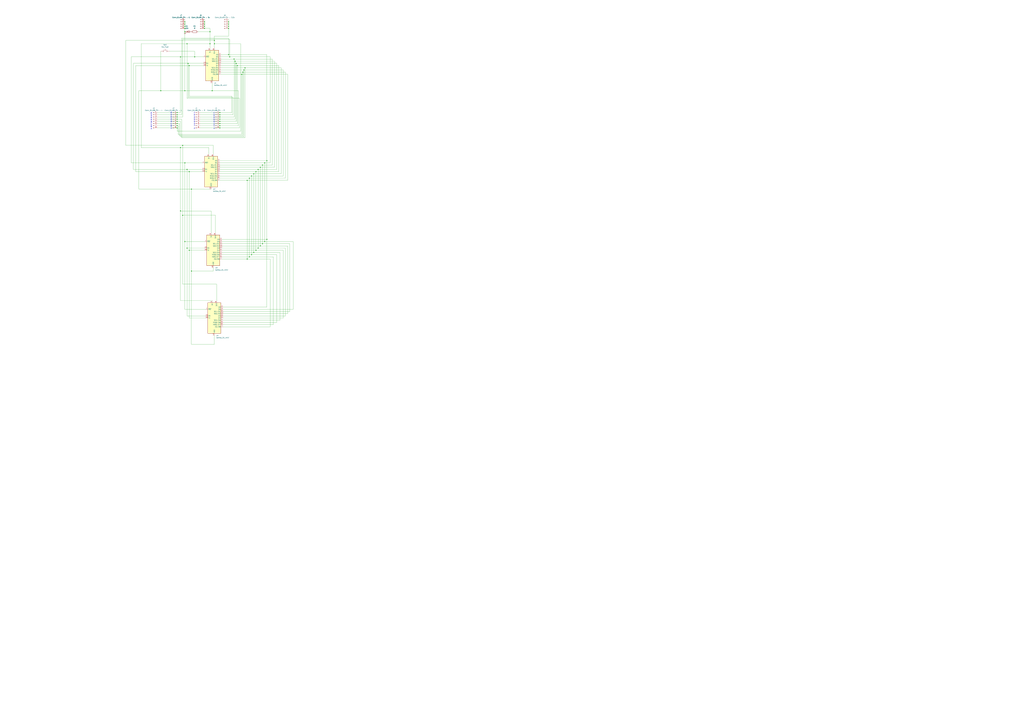
<source format=kicad_sch>
(kicad_sch (version 20231120) (generator "eeschema") (generator_version "8.0")
  (paper "A0")
  (lib_symbols
    (symbol "Connector:Conn_01x05_Pin" (pin_names (offset 1.016) hide)
      (property "Reference" "J" (at 0 7.62 0))
      (property "Value" "Conn_01x05_Pin" (at 0 -7.62 0))
      (symbol "Conn_01x05_Pin_1_1"
        (polyline (pts (xy 1.27 -5.08) (xy 0.8636 -5.08)) (stroke (width 0.1524)))
        (polyline (pts (xy 1.27 -2.54) (xy 0.8636 -2.54)) (stroke (width 0.1524)))
        (polyline (pts (xy 1.27 0) (xy 0.8636 0)) (stroke (width 0.1524)))
        (polyline (pts (xy 1.27 2.54) (xy 0.8636 2.54)) (stroke (width 0.1524)))
        (polyline (pts (xy 1.27 5.08) (xy 0.8636 5.08)) (stroke (width 0.1524)))
        (rectangle (start 0.8636 -4.953) (end 0 -5.207) (stroke (width 0.1524)) (fill (type outline)))
        (rectangle (start 0.8636 -2.413) (end 0 -2.667) (stroke (width 0.1524)) (fill (type outline)))
        (rectangle (start 0.8636 0.127) (end 0 -0.127) (stroke (width 0.1524)) (fill (type outline)))
        (rectangle (start 0.8636 2.667) (end 0 2.413) (stroke (width 0.1524)) (fill (type outline)))
        (rectangle (start 0.8636 5.207) (end 0 4.953) (stroke (width 0.1524)) (fill (type outline)))
        (pin passive line (at 5.08 5.08 180) (length 3.81) (name "Pin_1") (number "1"))
        (pin passive line (at 5.08 2.54 180) (length 3.81) (name "Pin_2") (number "2"))
        (pin passive line (at 5.08 0 180) (length 3.81) (name "Pin_3") (number "3"))
        (pin passive line (at 5.08 -2.54 180) (length 3.81) (name "Pin_4") (number "4"))
        (pin passive line (at 5.08 -5.08 180) (length 3.81) (name "Pin_5") (number "5"))
      )
    )
    (symbol "Connector:Conn_01x08_Pin" (pin_names (offset 1.016) hide)
      (property "Reference" "J" (at 0 10.16 0))
      (property "Value" "Conn_01x08_Pin" (at 0 -12.7 0))
      (symbol "Conn_01x08_Pin_1_1"
        (polyline (pts (xy 1.27 -10.16) (xy 0.8636 -10.16)) (stroke (width 0.1524)))
        (polyline (pts (xy 1.27 -7.62) (xy 0.8636 -7.62)) (stroke (width 0.1524)))
        (polyline (pts (xy 1.27 -5.08) (xy 0.8636 -5.08)) (stroke (width 0.1524)))
        (polyline (pts (xy 1.27 -2.54) (xy 0.8636 -2.54)) (stroke (width 0.1524)))
        (polyline (pts (xy 1.27 0) (xy 0.8636 0)) (stroke (width 0.1524)))
        (polyline (pts (xy 1.27 2.54) (xy 0.8636 2.54)) (stroke (width 0.1524)))
        (polyline (pts (xy 1.27 5.08) (xy 0.8636 5.08)) (stroke (width 0.1524)))
        (polyline (pts (xy 1.27 7.62) (xy 0.8636 7.62)) (stroke (width 0.1524)))
        (rectangle (start 0.8636 -10.033) (end 0 -10.287) (stroke (width 0.1524)) (fill (type outline)))
        (rectangle (start 0.8636 -7.493) (end 0 -7.747) (stroke (width 0.1524)) (fill (type outline)))
        (rectangle (start 0.8636 -4.953) (end 0 -5.207) (stroke (width 0.1524)) (fill (type outline)))
        (rectangle (start 0.8636 -2.413) (end 0 -2.667) (stroke (width 0.1524)) (fill (type outline)))
        (rectangle (start 0.8636 0.127) (end 0 -0.127) (stroke (width 0.1524)) (fill (type outline)))
        (rectangle (start 0.8636 2.667) (end 0 2.413) (stroke (width 0.1524)) (fill (type outline)))
        (rectangle (start 0.8636 5.207) (end 0 4.953) (stroke (width 0.1524)) (fill (type outline)))
        (rectangle (start 0.8636 7.747) (end 0 7.493) (stroke (width 0.1524)) (fill (type outline)))
        (pin passive line (at 5.08 7.62 180) (length 3.81) (name "Pin_1") (number "1"))
        (pin passive line (at 5.08 5.08 180) (length 3.81) (name "Pin_2") (number "2"))
        (pin passive line (at 5.08 2.54 180) (length 3.81) (name "Pin_3") (number "3"))
        (pin passive line (at 5.08 0 180) (length 3.81) (name "Pin_4") (number "4"))
        (pin passive line (at 5.08 -2.54 180) (length 3.81) (name "Pin_5") (number "5"))
        (pin passive line (at 5.08 -5.08 180) (length 3.81) (name "Pin_6") (number "6"))
        (pin passive line (at 5.08 -7.62 180) (length 3.81) (name "Pin_7") (number "7"))
        (pin passive line (at 5.08 -10.16 180) (length 3.81) (name "Pin_8") (number "8"))
      )
    )
    (symbol "Device:LED" (pin_numbers hide) (pin_names (offset 1.016) hide)
      (property "Reference" "D" (at 0 2.54 0))
      (property "Value" "LED" (at 0 -2.54 0))
      (symbol "LED_0_1"
        (polyline (pts (xy -1.27 -1.27) (xy -1.27 1.27)) (stroke (width 0.254)))
        (polyline (pts (xy -1.27 0) (xy 1.27 0)))
        (polyline (pts (xy 1.27 -1.27) (xy 1.27 1.27) (xy -1.27 0) (xy 1.27 -1.27)) (stroke (width 0.254)))
        (polyline (pts (xy -3.048 -0.762) (xy -4.572 -2.286) (xy -3.81 -2.286) (xy -4.572 -2.286) (xy -4.572 -1.524)))
        (polyline (pts (xy -1.778 -0.762) (xy -3.302 -2.286) (xy -2.54 -2.286) (xy -3.302 -2.286) (xy -3.302 -1.524)))
      )
      (symbol "LED_1_1"
        (pin passive line (at -3.81 0 0) (length 2.54) (name "K") (number "1"))
        (pin passive line (at 3.81 0 180) (length 2.54) (name "A") (number "2"))
      )
    )
    (symbol "Device:R" (pin_numbers hide) (pin_names (offset 0))
      (property "Reference" "R" (at 2.032 0 90))
      (property "Value" "R" (at 0 0 90))
      (symbol "R_0_1"
        (rectangle (start -1.016 -2.54) (end 1.016 2.54) (stroke (width 0.254)))
      )
      (symbol "R_1_1"
        (pin passive line (at 0 3.81 270) (length 1.27) (name "~") (number "1"))
        (pin passive line (at 0 -3.81 90) (length 1.27) (name "~") (number "2"))
      )
    )
    (symbol "MCU_Module:WeMos_D1_mini"
      (property "Reference" "U" (at 3.81 19.05 0))
      (property "Value" "WeMos_D1_mini" (at 1.27 -19.05 0))
      (symbol "WeMos_D1_mini_1_1"
        (rectangle (start -7.62 17.78) (end 7.62 -17.78) (stroke (width 0.254)) (fill (type background)))
        (pin input line (at -10.16 10.16 0) (length 2.54) (name "~{RST}") (number "1"))
        (pin power_in line (at 0 -20.32 90) (length 2.54) (name "GND") (number "10"))
        (pin bidirectional line (at 10.16 0 180) (length 2.54) (name "D4") (number "11"))
        (pin bidirectional line (at 10.16 2.54 180) (length 2.54) (name "D3") (number "12"))
        (pin bidirectional line (at 10.16 5.08 180) (length 2.54) (name "SDA/D2") (number "13"))
        (pin bidirectional line (at 10.16 7.62 180) (length 2.54) (name "SCL/D1") (number "14"))
        (pin input line (at -10.16 2.54 0) (length 2.54) (name "RX") (number "15"))
        (pin output line (at -10.16 0 0) (length 2.54) (name "TX") (number "16"))
        (pin input line (at 10.16 12.7 180) (length 2.54) (name "A0") (number "2"))
        (pin bidirectional line (at 10.16 10.16 180) (length 2.54) (name "D0") (number "3"))
        (pin bidirectional line (at 10.16 -2.54 180) (length 2.54) (name "SCK/D5") (number "4"))
        (pin bidirectional line (at 10.16 -5.08 180) (length 2.54) (name "MISO/D6") (number "5"))
        (pin bidirectional line (at 10.16 -7.62 180) (length 2.54) (name "MOSI/D7") (number "6"))
        (pin bidirectional line (at 10.16 -10.16 180) (length 2.54) (name "CS/D8") (number "7"))
        (pin power_out line (at 2.54 20.32 270) (length 2.54) (name "3V3") (number "8"))
        (pin power_in line (at -2.54 20.32 270) (length 2.54) (name "5V") (number "9"))
      )
    )
    (symbol "Switch:SW_Push" (pin_numbers hide) (pin_names (offset 1.016) hide)
      (property "Reference" "SW" (at 1.27 2.54 0))
      (property "Value" "SW_Push" (at 0 -1.524 0))
      (symbol "SW_Push_0_1"
        (circle (center -2.032 0) (radius 0.508))
        (polyline (pts (xy 0 1.27) (xy 0 3.048)))
        (polyline (pts (xy 2.54 1.27) (xy -2.54 1.27)))
        (circle (center 2.032 0) (radius 0.508))
        (pin passive line (at -5.08 0 0) (length 2.54) (name "1") (number "1"))
        (pin passive line (at 5.08 0 180) (length 2.54) (name "2") (number "2"))
      )
    )
  )
  (junction (at 219.71 290.83))
  (junction (at 299.72 288.29))
  (junction (at 205.74 140.97))
  (junction (at 186.69 105.41))
  (junction (at 273.05 71.12))
  (junction (at 243.84 36.83))
  (junction (at 255.27 148.59))
  (junction (at 205.74 146.05))
  (junction (at 214.63 33.02))
  (junction (at 248.92 46.99))
  (junction (at 287.02 300.99))
  (junction (at 287.02 209.55))
  (junction (at 307.34 189.23))
  (junction (at 209.55 66.04))
  (junction (at 309.88 278.13))
  (junction (at 297.18 199.39))
  (junction (at 255.27 140.97))
  (junction (at 294.64 293.37))
  (junction (at 255.27 135.89))
  (junction (at 265.43 25.4))
  (junction (at 246.38 105.41))
  (junction (at 292.1 204.47))
  (junction (at 237.49 33.02))
  (junction (at 265.43 27.94))
  (junction (at 283.21 81.28))
  (junction (at 219.71 199.39))
  (junction (at 219.71 76.2))
  (junction (at 274.32 73.66))
  (junction (at 255.27 146.05))
  (junction (at 309.88 186.69))
  (junction (at 266.7 66.04))
  (junction (at 237.49 25.4))
  (junction (at 205.74 135.89))
  (junction (at 302.26 285.75))
  (junction (at 214.63 105.41))
  (junction (at 255.27 130.81))
  (junction (at 214.63 27.94))
  (junction (at 271.78 68.58))
  (junction (at 281.94 83.82))
  (junction (at 292.1 295.91))
  (junction (at 205.74 130.81))
  (junction (at 275.59 76.2))
  (junction (at 237.49 27.94))
  (junction (at 214.63 30.48))
  (junction (at 222.25 314.96))
  (junction (at 299.72 196.85))
  (junction (at 265.43 33.02))
  (junction (at 255.27 138.43))
  (junction (at 218.44 73.66))
  (junction (at 217.17 288.29))
  (junction (at 205.74 133.35))
  (junction (at 297.18 290.83))
  (junction (at 265.43 63.5))
  (junction (at 209.55 171.45))
  (junction (at 280.67 86.36))
  (junction (at 217.17 50.8))
  (junction (at 237.49 30.48))
  (junction (at 304.8 283.21))
  (junction (at 205.74 143.51))
  (junction (at 212.09 168.91))
  (junction (at 289.56 207.01))
  (junction (at 307.34 280.67))
  (junction (at 255.27 143.51))
  (junction (at 255.27 133.35))
  (junction (at 248.92 50.8))
  (junction (at 212.09 250.19))
  (junction (at 226.06 66.04))
  (junction (at 222.25 219.71))
  (junction (at 214.63 36.83))
  (junction (at 265.43 30.48))
  (junction (at 304.8 191.77))
  (junction (at 284.48 78.74))
  (junction (at 243.84 50.8))
  (junction (at 214.63 189.23))
  (junction (at 217.17 196.85))
  (junction (at 302.26 194.31))
  (junction (at 205.74 138.43))
  (junction (at 294.64 201.93))
  (junction (at 289.56 298.45))
  (junction (at 214.63 25.4))
  (junction (at 205.74 148.59))
  (junction (at 214.63 280.67))
  (junction (at 209.55 245.11))
  (wire (pts (xy 219.71 76.2) (xy 219.71 111.76)))
  (wire (pts (xy 250.19 250.19) (xy 212.09 250.19)))
  (wire (pts (xy 182.88 130.81) (xy 205.74 130.81)))
  (wire (pts (xy 248.92 55.88) (xy 248.92 50.8)))
  (wire (pts (xy 242.57 179.07) (xy 242.57 171.45)))
  (wire (pts (xy 292.1 295.91) (xy 257.81 295.91)))
  (wire (pts (xy 232.41 133.35) (xy 255.27 133.35)))
  (wire (pts (xy 146.05 46.99) (xy 146.05 168.91)))
  (wire (pts (xy 265.43 27.94) (xy 265.43 30.48)))
  (wire (pts (xy 248.92 46.99) (xy 146.05 46.99)))
  (wire (pts (xy 256.54 73.66) (xy 274.32 73.66)))
  (wire (pts (xy 280.67 156.21) (xy 207.01 156.21)))
  (wire (pts (xy 214.63 27.94) (xy 214.63 30.48)))
  (wire (pts (xy 219.71 290.83) (xy 237.49 290.83)))
  (wire (pts (xy 217.17 196.85) (xy 234.95 196.85)))
  (wire (pts (xy 246.38 349.25) (xy 209.55 349.25)))
  (wire (pts (xy 205.74 143.51) (xy 208.28 143.51)))
  (wire (pts (xy 255.27 191.77) (xy 304.8 191.77)))
  (wire (pts (xy 236.22 66.04) (xy 226.06 66.04)))
  (wire (pts (xy 284.48 78.74) (xy 284.48 160.02)))
  (wire (pts (xy 283.21 81.28) (xy 283.21 158.75)))
  (wire (pts (xy 281.94 83.82) (xy 281.94 157.48)))
  (wire (pts (xy 299.72 288.29) (xy 331.47 288.29)))
  (wire (pts (xy 217.17 50.8) (xy 217.17 114.3)))
  (wire (pts (xy 250.19 270.51) (xy 250.19 250.19)))
  (wire (pts (xy 309.88 63.5) (xy 309.88 186.69)))
  (wire (pts (xy 313.69 379.73) (xy 259.08 379.73)))
  (wire (pts (xy 274.32 73.66) (xy 321.31 73.66)))
  (wire (pts (xy 238.76 369.57) (xy 219.71 369.57)))
  (wire (pts (xy 218.44 73.66) (xy 236.22 73.66)))
  (wire (pts (xy 328.93 290.83) (xy 328.93 369.57)))
  (wire (pts (xy 212.09 45.72) (xy 212.09 135.89)))
  (wire (pts (xy 336.55 283.21) (xy 336.55 361.95)))
  (wire (pts (xy 297.18 290.83) (xy 328.93 290.83)))
  (wire (pts (xy 205.74 135.89) (xy 212.09 135.89)))
  (wire (pts (xy 317.5 377.19) (xy 317.5 298.45)))
  (wire (pts (xy 182.88 135.89) (xy 205.74 135.89)))
  (wire (pts (xy 256.54 68.58) (xy 271.78 68.58)))
  (wire (pts (xy 157.48 76.2) (xy 157.48 199.39)))
  (wire (pts (xy 280.67 86.36) (xy 280.67 156.21)))
  (wire (pts (xy 182.88 148.59) (xy 205.74 148.59)))
  (wire (pts (xy 247.65 168.91) (xy 247.65 179.07)))
  (wire (pts (xy 248.92 50.8) (xy 279.4 50.8)))
  (wire (pts (xy 205.74 152.4) (xy 205.74 148.59)))
  (wire (pts (xy 316.23 68.58) (xy 316.23 191.77)))
  (wire (pts (xy 304.8 283.21) (xy 336.55 283.21)))
  (wire (pts (xy 270.51 133.35) (xy 255.27 133.35)))
  (wire (pts (xy 205.74 130.81) (xy 209.55 130.81)))
  (wire (pts (xy 255.27 189.23) (xy 307.34 189.23)))
  (wire (pts (xy 214.63 30.48) (xy 214.63 33.02)))
  (wire (pts (xy 287.02 300.99) (xy 313.69 300.99)))
  (wire (pts (xy 326.39 78.74) (xy 326.39 201.93)))
  (wire (pts (xy 214.63 280.67) (xy 214.63 359.41)))
  (wire (pts (xy 302.26 194.31) (xy 302.26 285.75)))
  (wire (pts (xy 292.1 204.47) (xy 292.1 295.91)))
  (wire (pts (xy 276.86 146.05) (xy 255.27 146.05)))
  (wire (pts (xy 328.93 204.47) (xy 292.1 204.47)))
  (wire (pts (xy 218.44 113.03) (xy 270.51 113.03)))
  (wire (pts (xy 328.93 81.28) (xy 328.93 204.47)))
  (wire (pts (xy 217.17 288.29) (xy 237.49 288.29)))
  (wire (pts (xy 313.69 66.04) (xy 313.69 189.23)))
  (wire (pts (xy 237.49 33.02) (xy 243.84 33.02)))
  (wire (pts (xy 214.63 33.02) (xy 214.63 36.83)))
  (wire (pts (xy 209.55 171.45) (xy 209.55 245.11)))
  (wire (pts (xy 247.65 314.96) (xy 222.25 314.96)))
  (wire (pts (xy 255.27 199.39) (xy 297.18 199.39)))
  (wire (pts (xy 214.63 359.41) (xy 238.76 359.41)))
  (wire (pts (xy 274.32 73.66) (xy 274.32 140.97)))
  (wire (pts (xy 209.55 158.75) (xy 209.55 140.97)))
  (wire (pts (xy 255.27 196.85) (xy 299.72 196.85)))
  (wire (pts (xy 259.08 377.19) (xy 317.5 377.19)))
  (wire (pts (xy 278.13 148.59) (xy 255.27 148.59)))
  (wire (pts (xy 217.17 50.8) (xy 163.83 50.8)))
  (wire (pts (xy 248.92 41.91) (xy 265.43 41.91)))
  (wire (pts (xy 325.12 372.11) (xy 259.08 372.11)))
  (wire (pts (xy 283.21 81.28) (xy 328.93 81.28)))
  (wire (pts (xy 214.63 36.83) (xy 214.63 105.41)))
  (wire (pts (xy 287.02 209.55) (xy 287.02 300.99)))
  (wire (pts (xy 271.78 68.58) (xy 316.23 68.58)))
  (wire (pts (xy 316.23 191.77) (xy 304.8 191.77)))
  (wire (pts (xy 302.26 285.75) (xy 257.81 285.75)))
  (wire (pts (xy 210.82 44.45) (xy 210.82 133.35)))
  (wire (pts (xy 256.54 83.82) (xy 281.94 83.82)))
  (wire (pts (xy 266.7 66.04) (xy 313.69 66.04)))
  (wire (pts (xy 297.18 290.83) (xy 257.81 290.83)))
  (wire (pts (xy 219.71 76.2) (xy 157.48 76.2)))
  (wire (pts (xy 256.54 86.36) (xy 280.67 86.36)))
  (wire (pts (xy 340.36 280.67) (xy 307.34 280.67)))
  (wire (pts (xy 217.17 196.85) (xy 154.94 196.85)))
  (wire (pts (xy 234.95 189.23) (xy 214.63 189.23)))
  (wire (pts (xy 331.47 367.03) (xy 259.08 367.03)))
  (wire (pts (xy 334.01 364.49) (xy 334.01 285.75)))
  (wire (pts (xy 236.22 76.2) (xy 219.71 76.2)))
  (wire (pts (xy 226.06 59.69) (xy 226.06 66.04)))
  (wire (pts (xy 307.34 189.23) (xy 307.34 280.67)))
  (wire (pts (xy 207.01 156.21) (xy 207.01 146.05)))
  (wire (pts (xy 209.55 66.04) (xy 209.55 130.81)))
  (wire (pts (xy 217.17 367.03) (xy 238.76 367.03)))
  (wire (pts (xy 217.17 114.3) (xy 278.13 114.3)))
  (wire (pts (xy 321.31 295.91) (xy 321.31 374.65)))
  (wire (pts (xy 304.8 191.77) (xy 304.8 283.21)))
  (wire (pts (xy 279.4 152.4) (xy 205.74 152.4)))
  (wire (pts (xy 214.63 22.86) (xy 214.63 25.4)))
  (wire (pts (xy 217.17 288.29) (xy 217.17 196.85)))
  (wire (pts (xy 289.56 298.45) (xy 257.81 298.45)))
  (wire (pts (xy 237.49 25.4) (xy 237.49 27.94)))
  (wire (pts (xy 331.47 288.29) (xy 331.47 367.03)))
  (wire (pts (xy 287.02 300.99) (xy 257.81 300.99)))
  (wire (pts (xy 182.88 133.35) (xy 205.74 133.35)))
  (wire (pts (xy 265.43 63.5) (xy 265.43 44.45)))
  (wire (pts (xy 161.29 219.71) (xy 222.25 219.71)))
  (wire (pts (xy 152.4 66.04) (xy 152.4 189.23)))
  (wire (pts (xy 214.63 25.4) (xy 214.63 27.94)))
  (wire (pts (xy 208.28 157.48) (xy 208.28 143.51)))
  (wire (pts (xy 247.65 311.15) (xy 247.65 314.96)))
  (wire (pts (xy 256.54 71.12) (xy 273.05 71.12)))
  (wire (pts (xy 248.92 46.99) (xy 248.92 41.91)))
  (wire (pts (xy 255.27 186.69) (xy 309.88 186.69)))
  (wire (pts (xy 222.25 400.05) (xy 248.92 400.05)))
  (wire (pts (xy 259.08 359.41) (xy 340.36 359.41)))
  (wire (pts (xy 318.77 71.12) (xy 318.77 194.31)))
  (wire (pts (xy 196.85 59.69) (xy 226.06 59.69)))
  (wire (pts (xy 313.69 189.23) (xy 307.34 189.23)))
  (wire (pts (xy 219.71 111.76) (xy 269.24 111.76)))
  (wire (pts (xy 275.59 143.51) (xy 255.27 143.51)))
  (wire (pts (xy 212.09 250.19) (xy 212.09 330.2)))
  (wire (pts (xy 294.64 201.93) (xy 294.64 293.37)))
  (wire (pts (xy 245.11 219.71) (xy 222.25 219.71)))
  (wire (pts (xy 186.69 59.69) (xy 186.69 105.41)))
  (wire (pts (xy 278.13 114.3) (xy 278.13 148.59)))
  (wire (pts (xy 280.67 86.36) (xy 334.01 86.36)))
  (wire (pts (xy 294.64 293.37) (xy 325.12 293.37)))
  (wire (pts (xy 218.44 73.66) (xy 218.44 113.03)))
  (wire (pts (xy 321.31 374.65) (xy 259.08 374.65)))
  (wire (pts (xy 265.43 44.45) (xy 210.82 44.45)))
  (wire (pts (xy 281.94 83.82) (xy 331.47 83.82)))
  (wire (pts (xy 307.34 280.67) (xy 257.81 280.67)))
  (wire (pts (xy 256.54 76.2) (xy 275.59 76.2)))
  (wire (pts (xy 323.85 199.39) (xy 297.18 199.39)))
  (wire (pts (xy 275.59 76.2) (xy 323.85 76.2)))
  (wire (pts (xy 265.43 41.91) (xy 265.43 33.02)))
  (wire (pts (xy 309.88 356.87) (xy 309.88 278.13)))
  (wire (pts (xy 161.29 105.41) (xy 161.29 219.71)))
  (wire (pts (xy 336.55 361.95) (xy 259.08 361.95)))
  (wire (pts (xy 163.83 171.45) (xy 209.55 171.45)))
  (wire (pts (xy 299.72 196.85) (xy 299.72 288.29)))
  (wire (pts (xy 255.27 204.47) (xy 292.1 204.47)))
  (wire (pts (xy 248.92 400.05) (xy 248.92 389.89)))
  (wire (pts (xy 212.09 168.91) (xy 247.65 168.91)))
  (wire (pts (xy 266.7 66.04) (xy 256.54 66.04)))
  (wire (pts (xy 255.27 209.55) (xy 287.02 209.55)))
  (wire (pts (xy 294.64 293.37) (xy 257.81 293.37)))
  (wire (pts (xy 271.78 68.58) (xy 271.78 135.89)))
  (wire (pts (xy 210.82 160.02) (xy 210.82 138.43)))
  (wire (pts (xy 281.94 157.48) (xy 208.28 157.48)))
  (wire (pts (xy 232.41 146.05) (xy 255.27 146.05)))
  (wire (pts (xy 284.48 78.74) (xy 326.39 78.74)))
  (wire (pts (xy 259.08 356.87) (xy 309.88 356.87)))
  (wire (pts (xy 283.21 158.75) (xy 209.55 158.75)))
  (wire (pts (xy 317.5 298.45) (xy 289.56 298.45)))
  (wire (pts (xy 287.02 209.55) (xy 334.01 209.55)))
  (wire (pts (xy 246.38 105.41) (xy 246.38 96.52)))
  (wire (pts (xy 214.63 105.41) (xy 246.38 105.41)))
  (wire (pts (xy 182.88 140.97) (xy 205.74 140.97)))
  (wire (pts (xy 186.69 105.41) (xy 214.63 105.41)))
  (wire (pts (xy 219.71 199.39) (xy 234.95 199.39)))
  (wire (pts (xy 269.24 130.81) (xy 255.27 130.81)))
  (wire (pts (xy 232.41 135.89) (xy 255.27 135.89)))
  (wire (pts (xy 297.18 199.39) (xy 297.18 290.83)))
  (wire (pts (xy 245.11 245.11) (xy 245.11 270.51)))
  (wire (pts (xy 256.54 81.28) (xy 283.21 81.28)))
  (wire (pts (xy 289.56 207.01) (xy 289.56 298.45)))
  (wire (pts (xy 251.46 330.2) (xy 251.46 349.25)))
  (wire (pts (xy 212.09 330.2) (xy 251.46 330.2)))
  (wire (pts (xy 265.43 63.5) (xy 309.88 63.5)))
  (wire (pts (xy 279.4 50.8) (xy 279.4 152.4)))
  (wire (pts (xy 274.32 140.97) (xy 255.27 140.97)))
  (wire (pts (xy 232.41 140.97) (xy 255.27 140.97)))
  (wire (pts (xy 259.08 364.49) (xy 334.01 364.49)))
  (wire (pts (xy 325.12 293.37) (xy 325.12 372.11)))
  (wire (pts (xy 243.84 50.8) (xy 243.84 55.88)))
  (wire (pts (xy 309.88 278.13) (xy 257.81 278.13)))
  (wire (pts (xy 265.43 22.86) (xy 265.43 25.4)))
  (wire (pts (xy 232.41 143.51) (xy 255.27 143.51)))
  (wire (pts (xy 154.94 196.85) (xy 154.94 73.66)))
  (wire (pts (xy 284.48 160.02) (xy 210.82 160.02)))
  (wire (pts (xy 209.55 245.11) (xy 245.11 245.11)))
  (wire (pts (xy 243.84 33.02) (xy 243.84 36.83)))
  (wire (pts (xy 271.78 135.89) (xy 255.27 135.89)))
  (wire (pts (xy 242.57 171.45) (xy 209.55 171.45)))
  (wire (pts (xy 154.94 73.66) (xy 218.44 73.66)))
  (wire (pts (xy 321.31 73.66) (xy 321.31 196.85)))
  (wire (pts (xy 152.4 189.23) (xy 214.63 189.23)))
  (wire (pts (xy 226.06 66.04) (xy 209.55 66.04)))
  (wire (pts (xy 146.05 168.91) (xy 212.09 168.91)))
  (wire (pts (xy 246.38 105.41) (xy 276.86 105.41)))
  (wire (pts (xy 232.41 148.59) (xy 255.27 148.59)))
  (wire (pts (xy 273.05 71.12) (xy 318.77 71.12)))
  (wire (pts (xy 273.05 71.12) (xy 273.05 138.43)))
  (wire (pts (xy 237.49 280.67) (xy 214.63 280.67)))
  (wire (pts (xy 157.48 199.39) (xy 219.71 199.39)))
  (wire (pts (xy 273.05 138.43) (xy 255.27 138.43)))
  (wire (pts (xy 222.25 219.71) (xy 222.25 314.96)))
  (wire (pts (xy 256.54 78.74) (xy 284.48 78.74)))
  (wire (pts (xy 214.63 189.23) (xy 214.63 280.67)))
  (wire (pts (xy 266.7 45.72) (xy 266.7 66.04)))
  (wire (pts (xy 205.74 133.35) (xy 210.82 133.35)))
  (wire (pts (xy 207.01 146.05) (xy 205.74 146.05)))
  (wire (pts (xy 269.24 111.76) (xy 269.24 130.81)))
  (wire (pts (xy 243.84 50.8) (xy 217.17 50.8)))
  (wire (pts (xy 292.1 295.91) (xy 321.31 295.91)))
  (wire (pts (xy 209.55 66.04) (xy 152.4 66.04)))
  (wire (pts (xy 326.39 201.93) (xy 294.64 201.93)))
  (wire (pts (xy 229.87 36.83) (xy 243.84 36.83)))
  (wire (pts (xy 255.27 201.93) (xy 294.64 201.93)))
  (wire (pts (xy 304.8 283.21) (xy 257.81 283.21)))
  (wire (pts (xy 321.31 196.85) (xy 299.72 196.85)))
  (wire (pts (xy 313.69 300.99) (xy 313.69 379.73)))
  (wire (pts (xy 340.36 359.41) (xy 340.36 280.67)))
  (wire (pts (xy 265.43 30.48) (xy 265.43 33.02)))
  (wire (pts (xy 161.29 105.41) (xy 186.69 105.41)))
  (wire (pts (xy 255.27 207.01) (xy 289.56 207.01)))
  (wire (pts (xy 259.08 369.57) (xy 328.93 369.57)))
  (wire (pts (xy 237.49 30.48) (xy 237.49 33.02)))
  (wire (pts (xy 182.88 138.43) (xy 205.74 138.43)))
  (wire (pts (xy 331.47 83.82) (xy 331.47 207.01)))
  (wire (pts (xy 255.27 194.31) (xy 302.26 194.31)))
  (wire (pts (xy 217.17 367.03) (xy 217.17 288.29)))
  (wire (pts (xy 209.55 140.97) (xy 205.74 140.97)))
  (wire (pts (xy 163.83 50.8) (xy 163.83 171.45)))
  (wire (pts (xy 265.43 25.4) (xy 265.43 27.94)))
  (wire (pts (xy 219.71 290.83) (xy 219.71 199.39)))
  (wire (pts (xy 232.41 138.43) (xy 255.27 138.43)))
  (wire (pts (xy 275.59 76.2) (xy 275.59 143.51)))
  (wire (pts (xy 334.01 285.75) (xy 302.26 285.75)))
  (wire (pts (xy 302.26 194.31) (xy 318.77 194.31)))
  (wire (pts (xy 212.09 45.72) (xy 266.7 45.72)))
  (wire (pts (xy 182.88 146.05) (xy 205.74 146.05)))
  (wire (pts (xy 243.84 36.83) (xy 243.84 50.8)))
  (wire (pts (xy 334.01 209.55) (xy 334.01 86.36)))
  (wire (pts (xy 276.86 105.41) (xy 276.86 146.05)))
  (wire (pts (xy 331.47 207.01) (xy 289.56 207.01)))
  (wire (pts (xy 210.82 138.43) (xy 205.74 138.43)))
  (wire (pts (xy 232.41 130.81) (xy 255.27 130.81)))
  (wire (pts (xy 209.55 349.25) (xy 209.55 245.11)))
  (wire (pts (xy 270.51 113.03) (xy 270.51 133.35)))
  (wire (pts (xy 309.88 186.69) (xy 309.88 278.13)))
  (wire (pts (xy 237.49 22.86) (xy 237.49 25.4)))
  (wire (pts (xy 212.09 250.19) (xy 212.09 168.91)))
  (wire (pts (xy 182.88 143.51) (xy 205.74 143.51)))
  (wire (pts (xy 299.72 288.29) (xy 257.81 288.29)))
  (wire (pts (xy 256.54 63.5) (xy 265.43 63.5)))
  (wire (pts (xy 222.25 314.96) (xy 222.25 400.05)))
  (wire (pts (xy 323.85 76.2) (xy 323.85 199.39)))
  (wire (pts (xy 237.49 27.94) (xy 237.49 30.48)))
  (wire (pts (xy 248.92 50.8) (xy 248.92 46.99)))
  (wire (pts (xy 219.71 369.57) (xy 219.71 290.83)))
  (text "3v D8 D7 D6 D5 D0 A0 RS" (at 198.882 139.954 90) (effects (font (size 0.9652 0.9652))))
  (text "3v D8 D7 D6 D5 D0 A0 RS" (at 175.768 140.462 90) (effects (font (size 0.9652 0.9652))))
  (text "5v  G D4 D3 D2 D1 RX TX" (at 225.806 139.954 90) (effects (font (size 0.9652 0.9652))))
  (text "5v  G D4 D3 D2 D1 RX TX" (at 248.666 140.208 90) (effects (font (size 0.9652 0.9652))))
  (symbol (lib_id "Switch:SW_Push") (at 191.77 59.69 0) (unit 1)
    (property "Reference" "SW1" (at 191.77 52.07 0))
    (property "Value" "SW_Push" (at 191.77 54.61 0))
    (property "Footprint" "Button_Switch_THT:SW_PUSH_6mm_H5mm" (effects (hide yes)))
    (property "Description" "Push button switch, generic, two pins" (effects (hide yes)))
  )
  (symbol (lib_id "Connector:Conn_01x05_Pin") (at 260.35 27.94 0) (unit 1)
    (property "Reference" "J6" (at 260.985 17.78 0))
    (property "Value" "Conn_01x05_Pin - 3.3v" (at 260.985 20.32 0))
    (property "Footprint" "Connector_PinHeader_2.54mm:PinHeader_1x05_P2.54mm_Vertical" (effects (hide yes)))
    (property "Description" "Generic connector, single row, 01x05, script generated" (effects (hide yes)))
  )
  (symbol (lib_id "Device:R") (at 226.06 36.83 90) (unit 1)
    (property "Reference" "R1" (at 226.06 30.48 90))
    (property "Value" "R" (at 226.06 33.02 90))
    (property "Footprint" "Resistor_THT:R_Axial_DIN0204_L3.6mm_D1.6mm_P5.08mm_Horizontal" (effects (hide yes)))
    (property "Description" "Resistor" (effects (hide yes)))
  )
  (symbol (lib_id "Connector:Conn_01x05_Pin") (at 209.55 27.94 0) (unit 1)
    (property "Reference" "J7" (at 210.185 17.78 0))
    (property "Value" "Conn_01x05_Pin - G" (at 210.185 20.32 0))
    (property "Footprint" "Connector_PinHeader_2.54mm:PinHeader_1x05_P2.54mm_Vertical" (effects (hide yes)))
    (property "Description" "Generic connector, single row, 01x05, script generated" (effects (hide yes)))
  )
  (symbol (lib_id "MCU_Module:WeMos_D1_mini") (at 247.65 290.83 0) (unit 1)
    (property "Reference" "U3" (at 249.8441 311.15 0) (effects (justify left)))
    (property "Value" "WeMos_D1_mini" (at 249.8441 313.69 0) (effects (justify left)))
    (property "Footprint" "Module:WEMOS_D1_mini_light" (effects (hide yes)))
    (property "Datasheet" "https://wiki.wemos.cc/products:d1:d1_mini#documentation" (effects (hide yes)))
    (property "Description" "32-bit microcontroller module with WiFi" (effects (hide yes)))
  )
  (symbol (lib_id "MCU_Module:WeMos_D1_mini") (at 248.92 369.57 0) (unit 1)
    (property "Reference" "U4" (at 251.1141 389.89 0) (effects (justify left)))
    (property "Value" "WeMos_D1_mini" (at 251.1141 392.43 0) (effects (justify left)))
    (property "Footprint" "Module:WEMOS_D1_mini_light" (effects (hide yes)))
    (property "Datasheet" "https://wiki.wemos.cc/products:d1:d1_mini#documentation" (effects (hide yes)))
    (property "Description" "32-bit microcontroller module with WiFi" (effects (hide yes)))
  )
  (symbol (lib_id "MCU_Module:WeMos_D1_mini") (at 245.11 199.39 0) (unit 1)
    (property "Reference" "U2" (at 247.3041 219.71 0) (effects (justify left)))
    (property "Value" "WeMos_D1_mini" (at 247.3041 222.25 0) (effects (justify left)))
    (property "Footprint" "Module:WEMOS_D1_mini_light" (effects (hide yes)))
    (property "Datasheet" "https://wiki.wemos.cc/products:d1:d1_mini#documentation" (effects (hide yes)))
    (property "Description" "32-bit microcontroller module with WiFi" (effects (hide yes)))
  )
  (symbol (lib_id "Connector:Conn_01x08_Pin") (at 200.66 138.43 0) (unit 1)
    (property "Reference" "J2" (at 201.295 125.73 0))
    (property "Value" "Conn_01x08_Pin - L" (at 201.295 128.27 0))
    (property "Footprint" "TerminalBlock_RND:TerminalBlock_RND_205-00018_1x08_P5.00mm_Horizontal" (effects (hide yes)))
    (property "Description" "Generic connector, single row, 01x08, script generated" (effects (hide yes)))
  )
  (symbol (lib_id "Connector:Conn_01x08_Pin") (at 227.33 138.43 0) (unit 1)
    (property "Reference" "J1" (at 227.965 125.73 0))
    (property "Value" "Conn_01x08_Pin - R" (at 227.965 128.27 0))
    (property "Footprint" "Connector_PinHeader_2.54mm:PinHeader_1x08_P2.54mm_Vertical" (effects (hide yes)))
    (property "Description" "Generic connector, single row, 01x08, script generated" (effects (hide yes)))
  )
  (symbol (lib_id "Connector:Conn_01x08_Pin") (at 250.19 138.43 0) (unit 1)
    (property "Reference" "J4" (at 250.825 125.73 0))
    (property "Value" "Conn_01x08_Pin - R" (at 250.825 128.27 0))
    (property "Footprint" "TerminalBlock_RND:TerminalBlock_RND_205-00018_1x08_P5.00mm_Horizontal" (effects (hide yes)))
    (property "Description" "Generic connector, single row, 01x08, script generated" (effects (hide yes)))
  )
  (symbol (lib_id "MCU_Module:WeMos_D1_mini") (at 246.38 76.2 0) (unit 1)
    (property "Reference" "U1" (at 248.5741 96.52 0) (effects (justify left)))
    (property "Value" "WeMos_D1_mini" (at 248.5741 99.06 0) (effects (justify left)))
    (property "Footprint" "Module:WEMOS_D1_mini_light" (effects (hide yes)))
    (property "Datasheet" "https://wiki.wemos.cc/products:d1:d1_mini#documentation" (effects (hide yes)))
    (property "Description" "32-bit microcontroller module with WiFi" (effects (hide yes)))
  )
  (symbol (lib_id "Connector:Conn_01x08_Pin") (at 177.8 138.43 0) (unit 1)
    (property "Reference" "J3" (at 178.435 125.73 0))
    (property "Value" "Conn_01x08_Pin - L" (at 178.435 128.27 0))
    (property "Footprint" "Connector_PinHeader_2.54mm:PinHeader_1x08_P2.54mm_Vertical" (effects (hide yes)))
    (property "Description" "Generic connector, single row, 01x08, script generated" (effects (hide yes)))
  )
  (symbol (lib_id "Device:LED") (at 218.44 36.83 0) (unit 1)
    (property "Reference" "D1" (at 216.8525 30.48 0))
    (property "Value" "LED" (at 216.8525 33.02 0))
    (property "Footprint" "LED_THT:LED_D3.0mm" (effects (hide yes)))
    (property "Description" "Light emitting diode" (effects (hide yes)))
  )
  (symbol (lib_id "Connector:Conn_01x05_Pin") (at 232.41 27.94 0) (unit 1)
    (property "Reference" "J5" (at 233.045 17.78 0))
    (property "Value" "Conn_01x05_Pin - 5v" (at 233.045 20.32 0))
    (property "Footprint" "Connector_PinHeader_2.54mm:PinHeader_1x05_P2.54mm_Vertical" (effects (hide yes)))
    (property "Description" "Generic connector, single row, 01x05, script generated" (effects (hide yes)))
  )
)
</source>
